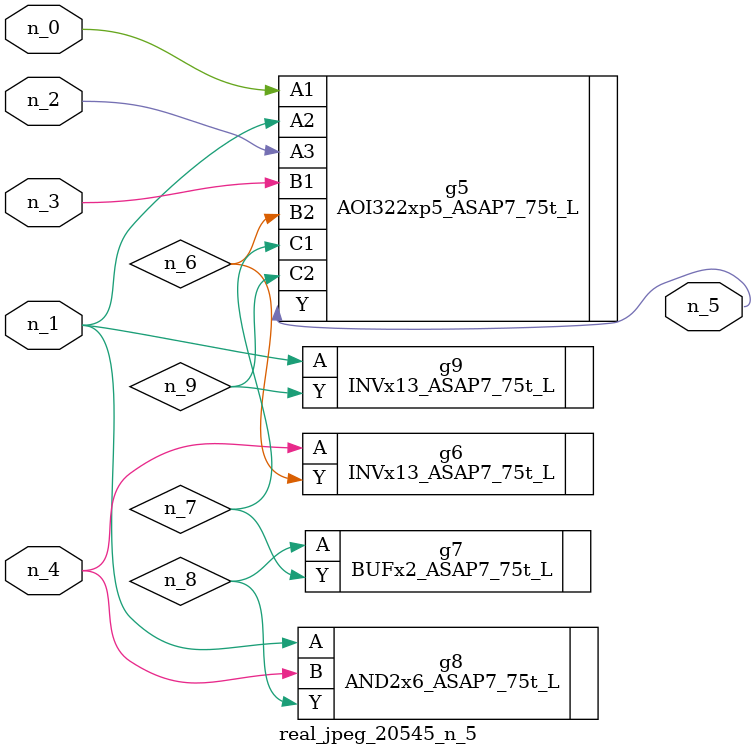
<source format=v>
module real_jpeg_20545_n_5 (n_4, n_0, n_1, n_2, n_3, n_5);

input n_4;
input n_0;
input n_1;
input n_2;
input n_3;

output n_5;

wire n_8;
wire n_6;
wire n_7;
wire n_9;

AOI322xp5_ASAP7_75t_L g5 ( 
.A1(n_0),
.A2(n_1),
.A3(n_2),
.B1(n_3),
.B2(n_6),
.C1(n_7),
.C2(n_9),
.Y(n_5)
);

AND2x6_ASAP7_75t_L g8 ( 
.A(n_1),
.B(n_4),
.Y(n_8)
);

INVx13_ASAP7_75t_L g9 ( 
.A(n_1),
.Y(n_9)
);

INVx13_ASAP7_75t_L g6 ( 
.A(n_4),
.Y(n_6)
);

BUFx2_ASAP7_75t_L g7 ( 
.A(n_8),
.Y(n_7)
);


endmodule
</source>
